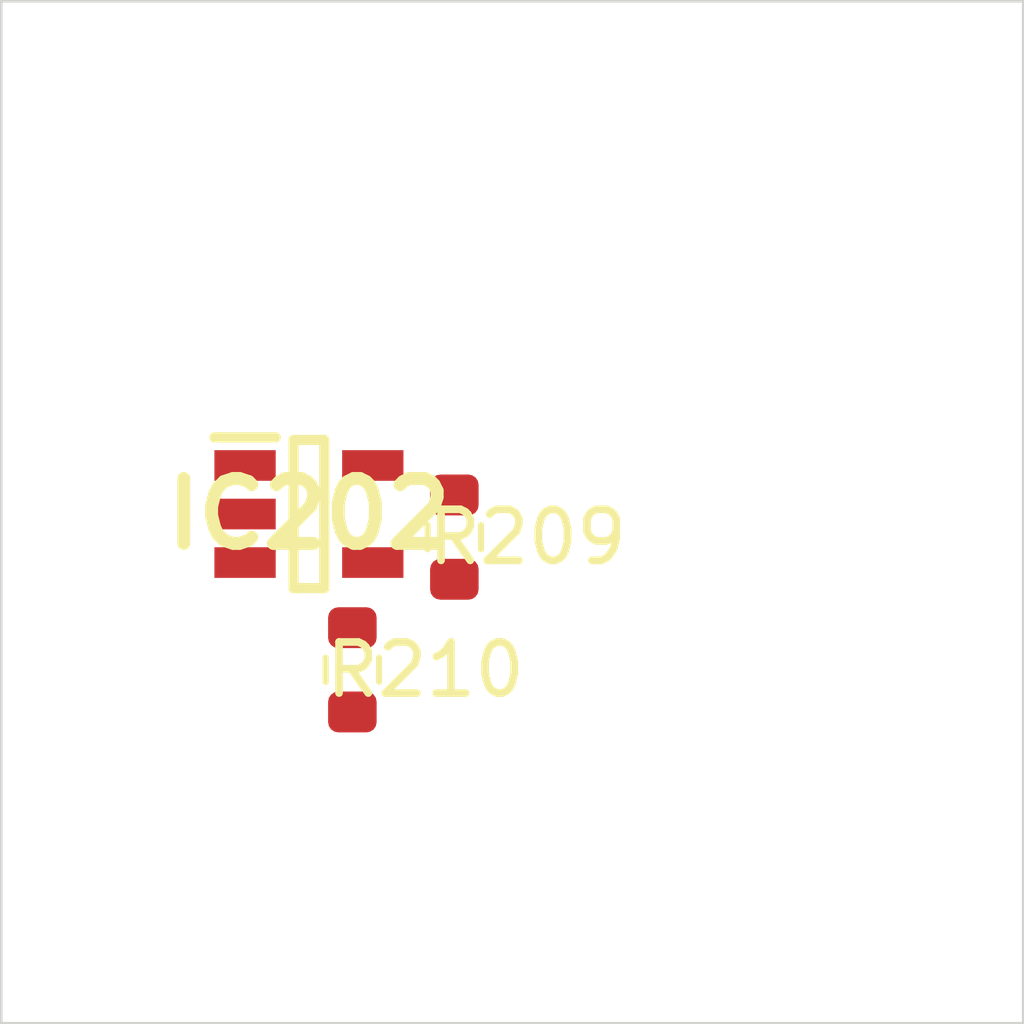
<source format=kicad_pcb>
 ( kicad_pcb  ( version 20171130 )
 ( host pcbnew 5.1.12-84ad8e8a86~92~ubuntu18.04.1 )
 ( general  ( thickness 1.6 )
 ( drawings 4 )
 ( tracks 0 )
 ( zones 0 )
 ( modules 3 )
 ( nets 5 )
)
 ( page A4 )
 ( layers  ( 0 F.Cu signal )
 ( 31 B.Cu signal )
 ( 32 B.Adhes user )
 ( 33 F.Adhes user )
 ( 34 B.Paste user )
 ( 35 F.Paste user )
 ( 36 B.SilkS user )
 ( 37 F.SilkS user )
 ( 38 B.Mask user )
 ( 39 F.Mask user )
 ( 40 Dwgs.User user )
 ( 41 Cmts.User user )
 ( 42 Eco1.User user )
 ( 43 Eco2.User user )
 ( 44 Edge.Cuts user )
 ( 45 Margin user )
 ( 46 B.CrtYd user )
 ( 47 F.CrtYd user )
 ( 48 B.Fab user )
 ( 49 F.Fab user )
)
 ( setup  ( last_trace_width 0.25 )
 ( trace_clearance 0.2 )
 ( zone_clearance 0.508 )
 ( zone_45_only no )
 ( trace_min 0.2 )
 ( via_size 0.8 )
 ( via_drill 0.4 )
 ( via_min_size 0.4 )
 ( via_min_drill 0.3 )
 ( uvia_size 0.3 )
 ( uvia_drill 0.1 )
 ( uvias_allowed no )
 ( uvia_min_size 0.2 )
 ( uvia_min_drill 0.1 )
 ( edge_width 0.05 )
 ( segment_width 0.2 )
 ( pcb_text_width 0.3 )
 ( pcb_text_size 1.5 1.5 )
 ( mod_edge_width 0.12 )
 ( mod_text_size 1 1 )
 ( mod_text_width 0.15 )
 ( pad_size 1.524 1.524 )
 ( pad_drill 0.762 )
 ( pad_to_mask_clearance 0 )
 ( aux_axis_origin 0 0 )
 ( visible_elements FFFFFF7F )
 ( pcbplotparams  ( layerselection 0x010fc_ffffffff )
 ( usegerberextensions false )
 ( usegerberattributes true )
 ( usegerberadvancedattributes true )
 ( creategerberjobfile true )
 ( excludeedgelayer true )
 ( linewidth 0.100000 )
 ( plotframeref false )
 ( viasonmask false )
 ( mode 1 )
 ( useauxorigin false )
 ( hpglpennumber 1 )
 ( hpglpenspeed 20 )
 ( hpglpendiameter 15.000000 )
 ( psnegative false )
 ( psa4output false )
 ( plotreference true )
 ( plotvalue true )
 ( plotinvisibletext false )
 ( padsonsilk false )
 ( subtractmaskfromsilk false )
 ( outputformat 1 )
 ( mirror false )
 ( drillshape 1 )
 ( scaleselection 1 )
 ( outputdirectory "" )
)
)
 ( net 0 "" )
 ( net 1 GND )
 ( net 2 VDDA )
 ( net 3 /Sheet6235D886/vp )
 ( net 4 "Net-(IC202-Pad3)" )
 ( net_class Default "This is the default net class."  ( clearance 0.2 )
 ( trace_width 0.25 )
 ( via_dia 0.8 )
 ( via_drill 0.4 )
 ( uvia_dia 0.3 )
 ( uvia_drill 0.1 )
 ( add_net /Sheet6235D886/vp )
 ( add_net GND )
 ( add_net "Net-(IC202-Pad3)" )
 ( add_net VDDA )
)
 ( module SOT95P280X145-5N locked  ( layer F.Cu )
 ( tedit 62336ED7 )
 ( tstamp 623423ED )
 ( at 86.020900 110.035000 )
 ( descr DBV0005A )
 ( tags "Integrated Circuit" )
 ( path /6235D887/6266C08E )
 ( attr smd )
 ( fp_text reference IC202  ( at 0 0 )
 ( layer F.SilkS )
 ( effects  ( font  ( size 1.27 1.27 )
 ( thickness 0.254 )
)
)
)
 ( fp_text value TL071HIDBVR  ( at 0 0 )
 ( layer F.SilkS )
hide  ( effects  ( font  ( size 1.27 1.27 )
 ( thickness 0.254 )
)
)
)
 ( fp_line  ( start -1.85 -1.5 )
 ( end -0.65 -1.5 )
 ( layer F.SilkS )
 ( width 0.2 )
)
 ( fp_line  ( start -0.3 1.45 )
 ( end -0.3 -1.45 )
 ( layer F.SilkS )
 ( width 0.2 )
)
 ( fp_line  ( start 0.3 1.45 )
 ( end -0.3 1.45 )
 ( layer F.SilkS )
 ( width 0.2 )
)
 ( fp_line  ( start 0.3 -1.45 )
 ( end 0.3 1.45 )
 ( layer F.SilkS )
 ( width 0.2 )
)
 ( fp_line  ( start -0.3 -1.45 )
 ( end 0.3 -1.45 )
 ( layer F.SilkS )
 ( width 0.2 )
)
 ( fp_line  ( start -0.8 -0.5 )
 ( end 0.15 -1.45 )
 ( layer Dwgs.User )
 ( width 0.1 )
)
 ( fp_line  ( start -0.8 1.45 )
 ( end -0.8 -1.45 )
 ( layer Dwgs.User )
 ( width 0.1 )
)
 ( fp_line  ( start 0.8 1.45 )
 ( end -0.8 1.45 )
 ( layer Dwgs.User )
 ( width 0.1 )
)
 ( fp_line  ( start 0.8 -1.45 )
 ( end 0.8 1.45 )
 ( layer Dwgs.User )
 ( width 0.1 )
)
 ( fp_line  ( start -0.8 -1.45 )
 ( end 0.8 -1.45 )
 ( layer Dwgs.User )
 ( width 0.1 )
)
 ( fp_line  ( start -2.1 1.775 )
 ( end -2.1 -1.775 )
 ( layer Dwgs.User )
 ( width 0.05 )
)
 ( fp_line  ( start 2.1 1.775 )
 ( end -2.1 1.775 )
 ( layer Dwgs.User )
 ( width 0.05 )
)
 ( fp_line  ( start 2.1 -1.775 )
 ( end 2.1 1.775 )
 ( layer Dwgs.User )
 ( width 0.05 )
)
 ( fp_line  ( start -2.1 -1.775 )
 ( end 2.1 -1.775 )
 ( layer Dwgs.User )
 ( width 0.05 )
)
 ( pad 1 smd rect  ( at -1.25 -0.95 90.000000 )
 ( size 0.6 1.2 )
 ( layers F.Cu F.Mask F.Paste )
 ( net 3 /Sheet6235D886/vp )
)
 ( pad 2 smd rect  ( at -1.25 0 90.000000 )
 ( size 0.6 1.2 )
 ( layers F.Cu F.Mask F.Paste )
 ( net 1 GND )
)
 ( pad 3 smd rect  ( at -1.25 0.95 90.000000 )
 ( size 0.6 1.2 )
 ( layers F.Cu F.Mask F.Paste )
 ( net 4 "Net-(IC202-Pad3)" )
)
 ( pad 4 smd rect  ( at 1.25 0.95 90.000000 )
 ( size 0.6 1.2 )
 ( layers F.Cu F.Mask F.Paste )
 ( net 3 /Sheet6235D886/vp )
)
 ( pad 5 smd rect  ( at 1.25 -0.95 90.000000 )
 ( size 0.6 1.2 )
 ( layers F.Cu F.Mask F.Paste )
 ( net 2 VDDA )
)
)
 ( module Resistor_SMD:R_0603_1608Metric  ( layer F.Cu )
 ( tedit 5F68FEEE )
 ( tstamp 62342595 )
 ( at 88.867000 110.487000 270.000000 )
 ( descr "Resistor SMD 0603 (1608 Metric), square (rectangular) end terminal, IPC_7351 nominal, (Body size source: IPC-SM-782 page 72, https://www.pcb-3d.com/wordpress/wp-content/uploads/ipc-sm-782a_amendment_1_and_2.pdf), generated with kicad-footprint-generator" )
 ( tags resistor )
 ( path /6235D887/623CDBD9 )
 ( attr smd )
 ( fp_text reference R209  ( at 0 -1.43 )
 ( layer F.SilkS )
 ( effects  ( font  ( size 1 1 )
 ( thickness 0.15 )
)
)
)
 ( fp_text value 100k  ( at 0 1.43 )
 ( layer F.Fab )
 ( effects  ( font  ( size 1 1 )
 ( thickness 0.15 )
)
)
)
 ( fp_line  ( start -0.8 0.4125 )
 ( end -0.8 -0.4125 )
 ( layer F.Fab )
 ( width 0.1 )
)
 ( fp_line  ( start -0.8 -0.4125 )
 ( end 0.8 -0.4125 )
 ( layer F.Fab )
 ( width 0.1 )
)
 ( fp_line  ( start 0.8 -0.4125 )
 ( end 0.8 0.4125 )
 ( layer F.Fab )
 ( width 0.1 )
)
 ( fp_line  ( start 0.8 0.4125 )
 ( end -0.8 0.4125 )
 ( layer F.Fab )
 ( width 0.1 )
)
 ( fp_line  ( start -0.237258 -0.5225 )
 ( end 0.237258 -0.5225 )
 ( layer F.SilkS )
 ( width 0.12 )
)
 ( fp_line  ( start -0.237258 0.5225 )
 ( end 0.237258 0.5225 )
 ( layer F.SilkS )
 ( width 0.12 )
)
 ( fp_line  ( start -1.48 0.73 )
 ( end -1.48 -0.73 )
 ( layer F.CrtYd )
 ( width 0.05 )
)
 ( fp_line  ( start -1.48 -0.73 )
 ( end 1.48 -0.73 )
 ( layer F.CrtYd )
 ( width 0.05 )
)
 ( fp_line  ( start 1.48 -0.73 )
 ( end 1.48 0.73 )
 ( layer F.CrtYd )
 ( width 0.05 )
)
 ( fp_line  ( start 1.48 0.73 )
 ( end -1.48 0.73 )
 ( layer F.CrtYd )
 ( width 0.05 )
)
 ( fp_text user %R  ( at 0 0 )
 ( layer F.Fab )
 ( effects  ( font  ( size 0.4 0.4 )
 ( thickness 0.06 )
)
)
)
 ( pad 1 smd roundrect  ( at -0.825 0 270.000000 )
 ( size 0.8 0.95 )
 ( layers F.Cu F.Mask F.Paste )
 ( roundrect_rratio 0.25 )
 ( net 2 VDDA )
)
 ( pad 2 smd roundrect  ( at 0.825 0 270.000000 )
 ( size 0.8 0.95 )
 ( layers F.Cu F.Mask F.Paste )
 ( roundrect_rratio 0.25 )
 ( net 4 "Net-(IC202-Pad3)" )
)
 ( model ${KISYS3DMOD}/Resistor_SMD.3dshapes/R_0603_1608Metric.wrl  ( at  ( xyz 0 0 0 )
)
 ( scale  ( xyz 1 1 1 )
)
 ( rotate  ( xyz 0 0 0 )
)
)
)
 ( module Resistor_SMD:R_0603_1608Metric  ( layer F.Cu )
 ( tedit 5F68FEEE )
 ( tstamp 623425A6 )
 ( at 86.871100 113.084000 270.000000 )
 ( descr "Resistor SMD 0603 (1608 Metric), square (rectangular) end terminal, IPC_7351 nominal, (Body size source: IPC-SM-782 page 72, https://www.pcb-3d.com/wordpress/wp-content/uploads/ipc-sm-782a_amendment_1_and_2.pdf), generated with kicad-footprint-generator" )
 ( tags resistor )
 ( path /6235D887/623CDBDF )
 ( attr smd )
 ( fp_text reference R210  ( at 0 -1.43 )
 ( layer F.SilkS )
 ( effects  ( font  ( size 1 1 )
 ( thickness 0.15 )
)
)
)
 ( fp_text value 100k  ( at 0 1.43 )
 ( layer F.Fab )
 ( effects  ( font  ( size 1 1 )
 ( thickness 0.15 )
)
)
)
 ( fp_line  ( start 1.48 0.73 )
 ( end -1.48 0.73 )
 ( layer F.CrtYd )
 ( width 0.05 )
)
 ( fp_line  ( start 1.48 -0.73 )
 ( end 1.48 0.73 )
 ( layer F.CrtYd )
 ( width 0.05 )
)
 ( fp_line  ( start -1.48 -0.73 )
 ( end 1.48 -0.73 )
 ( layer F.CrtYd )
 ( width 0.05 )
)
 ( fp_line  ( start -1.48 0.73 )
 ( end -1.48 -0.73 )
 ( layer F.CrtYd )
 ( width 0.05 )
)
 ( fp_line  ( start -0.237258 0.5225 )
 ( end 0.237258 0.5225 )
 ( layer F.SilkS )
 ( width 0.12 )
)
 ( fp_line  ( start -0.237258 -0.5225 )
 ( end 0.237258 -0.5225 )
 ( layer F.SilkS )
 ( width 0.12 )
)
 ( fp_line  ( start 0.8 0.4125 )
 ( end -0.8 0.4125 )
 ( layer F.Fab )
 ( width 0.1 )
)
 ( fp_line  ( start 0.8 -0.4125 )
 ( end 0.8 0.4125 )
 ( layer F.Fab )
 ( width 0.1 )
)
 ( fp_line  ( start -0.8 -0.4125 )
 ( end 0.8 -0.4125 )
 ( layer F.Fab )
 ( width 0.1 )
)
 ( fp_line  ( start -0.8 0.4125 )
 ( end -0.8 -0.4125 )
 ( layer F.Fab )
 ( width 0.1 )
)
 ( fp_text user %R  ( at 0 0 )
 ( layer F.Fab )
 ( effects  ( font  ( size 0.4 0.4 )
 ( thickness 0.06 )
)
)
)
 ( pad 2 smd roundrect  ( at 0.825 0 270.000000 )
 ( size 0.8 0.95 )
 ( layers F.Cu F.Mask F.Paste )
 ( roundrect_rratio 0.25 )
 ( net 1 GND )
)
 ( pad 1 smd roundrect  ( at -0.825 0 270.000000 )
 ( size 0.8 0.95 )
 ( layers F.Cu F.Mask F.Paste )
 ( roundrect_rratio 0.25 )
 ( net 4 "Net-(IC202-Pad3)" )
)
 ( model ${KISYS3DMOD}/Resistor_SMD.3dshapes/R_0603_1608Metric.wrl  ( at  ( xyz 0 0 0 )
)
 ( scale  ( xyz 1 1 1 )
)
 ( rotate  ( xyz 0 0 0 )
)
)
)
 ( gr_line  ( start 100 100 )
 ( end 100 120 )
 ( layer Edge.Cuts )
 ( width 0.05 )
 ( tstamp 62E770C4 )
)
 ( gr_line  ( start 80 120 )
 ( end 100 120 )
 ( layer Edge.Cuts )
 ( width 0.05 )
 ( tstamp 62E770C0 )
)
 ( gr_line  ( start 80 100 )
 ( end 100 100 )
 ( layer Edge.Cuts )
 ( width 0.05 )
 ( tstamp 6234110C )
)
 ( gr_line  ( start 80 100 )
 ( end 80 120 )
 ( layer Edge.Cuts )
 ( width 0.05 )
)
)

</source>
